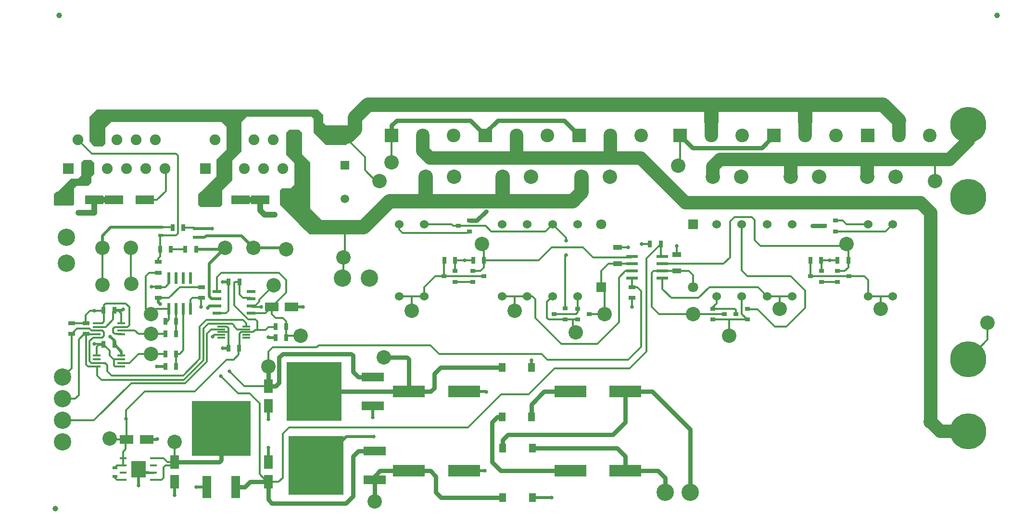
<source format=gtl>
G04 DipTrace 2.4.0.2*
%INSSPS.GTL*%
%MOIN*%
%ADD13C,0.03*%
%ADD14C,0.1*%
%ADD15C,0.0591*%
%ADD16C,0.02*%
%ADD17C,0.013*%
%ADD18C,0.0945*%
%ADD19C,0.0118*%
%ADD20C,0.04*%
%ADD21C,0.0157*%
%ADD22C,0.0161*%
%ADD23C,0.075*%
%ADD24C,0.093*%
%ADD25C,0.025*%
%ADD27C,0.0394*%
%ADD29R,0.0354X0.0236*%
%ADD30R,0.126X0.063*%
%ADD31R,0.063X0.0354*%
%ADD32R,0.0276X0.0512*%
%ADD33R,0.0591X0.0591*%
%ADD34C,0.0591*%
%ADD35R,0.2244X0.0787*%
%ADD36R,0.063X0.098*%
%ADD37R,0.098X0.063*%
%ADD38R,0.0512X0.0276*%
%ADD39R,0.0709X0.0709*%
%ADD40C,0.0709*%
%ADD41C,0.12*%
%ADD42C,0.06*%
%ADD43R,0.075X0.075*%
%ADD45R,0.0354X0.0315*%
%ADD46R,0.0945X0.0945*%
%ADD47C,0.0945*%
%ADD48R,0.0787X0.0236*%
%ADD49R,0.0236X0.0787*%
%ADD50C,0.25*%
%ADD52R,0.0531X0.0157*%
%ADD53R,0.0472X0.0598*%
%ADD55R,0.1555X0.0591*%
%ADD56R,0.3819X0.4094*%
%ADD58R,0.1043X0.1181*%
%ADD59R,0.0472X0.0161*%
%ADD61R,0.06X0.02*%
%ADD63R,0.0571X0.0118*%
%ADD64R,0.0591X0.1555*%
%ADD65R,0.4094X0.3819*%
%FSLAX44Y44*%
G04*
G70*
G90*
G75*
G01*
%LNTop*%
%LPD*%
X36716Y23280D2*
D14*
Y22216D1*
X36100Y21600D1*
X31236D1*
X25916D1*
X23400D1*
X21600Y19800D1*
X20195D1*
D15*
X20300D1*
X25916Y23280D2*
D14*
Y21600D1*
X31236Y23280D2*
Y21600D1*
X17350Y23850D2*
D16*
Y22475D1*
X16563Y21688D1*
Y21537D1*
X18300Y19800D1*
X20300D1*
X6438Y21688D2*
D17*
X7288D1*
X7900Y22300D1*
Y23800D1*
X7850Y23850D1*
X20300Y19800D2*
Y17800D1*
X20200Y17700D1*
Y16300D1*
X20150Y16250D1*
X22250Y9375D2*
D13*
X21250D1*
X20875Y9750D1*
Y10875D1*
X20750Y11000D1*
X16000D1*
X15750Y10750D1*
Y9000D1*
X15500Y8750D1*
X15003D1*
X15000Y8753D1*
Y10125D1*
X9625Y14125D2*
D17*
Y14750D1*
X9750Y14875D1*
X10365D1*
X10370Y14880D1*
X40200Y15615D2*
Y16250D1*
Y15615D2*
X40585D1*
X40850Y15350D1*
Y11500D1*
X39950Y10600D1*
X34350D1*
X33950Y11000D1*
X26850D1*
X26250Y11600D1*
X18500D1*
X18350Y11450D1*
X15300D1*
X15000Y11150D1*
Y10125D1*
Y8753D2*
X13347D1*
X12300Y9800D1*
X10350Y14250D2*
Y14860D1*
X10370Y14880D1*
X58700Y26146D2*
D18*
Y27200D1*
D14*
X57600Y28300D1*
X52086D1*
X45934D1*
X21900D1*
X21000Y27400D1*
Y26600D1*
X20500Y26100D1*
X20331D1*
D15*
X20300Y26069D1*
X52200Y26146D2*
D18*
Y27118D1*
D14*
Y28186D1*
X52086Y28300D1*
X45700Y26146D2*
D18*
Y27118D1*
D14*
Y28066D1*
X45934Y28300D1*
X11990Y23850D2*
D17*
Y24190D1*
X12650Y24850D1*
Y25840D1*
X12660Y25850D1*
X20300Y26069D2*
X19031D1*
X18550Y26550D1*
Y27550D1*
X18350Y27750D1*
X13450D1*
X12650Y26950D1*
Y25860D1*
X12660Y25850D2*
Y27090D1*
X12000Y27750D1*
X3850D1*
X3150Y27050D1*
Y25860D1*
X3160Y25850D1*
X10937Y21688D2*
Y21937D1*
X12000Y23000D1*
Y23840D1*
X11990Y23850D1*
X812Y21688D2*
Y22212D1*
X1350Y22750D1*
X2300D1*
X2500Y22950D1*
Y23840D1*
X2490Y23850D1*
X22700Y23000D2*
X22450D1*
X21700Y23750D1*
Y24669D1*
X20300Y26069D1*
X22375Y4250D2*
D13*
X21250D1*
X20875Y3875D1*
Y1125D1*
X20375Y625D1*
X15250D1*
X15000Y875D1*
Y2125D1*
X12750Y1750D2*
X13375D1*
X13750Y2125D1*
X15000D1*
X7370Y15620D2*
D17*
X7870D1*
X8125Y15875D1*
Y16251D1*
X42200Y18625D2*
Y17876D1*
X42326Y17750D1*
X15000Y2125D2*
X15725D1*
X16000Y2400D1*
Y5450D1*
X16450Y5900D1*
X28850D1*
X31150Y8200D1*
X33050D1*
X34850Y10000D1*
X40050D1*
X41200Y11150D1*
Y17625D1*
X42200Y18625D1*
X15000Y2125D2*
X14925D1*
X14400Y2650D1*
Y7550D1*
X13700Y8250D1*
X12900D1*
X11700Y9450D1*
X6900Y15650D2*
X7340D1*
X7370Y15620D1*
X4375Y3091D2*
Y3125D1*
X4500Y3250D1*
X4945D1*
Y3750D1*
Y4195D1*
X5125Y4375D1*
Y5003D1*
X5186Y5064D1*
X4061D1*
X4000Y5125D1*
X13482Y12506D2*
D19*
X13956D1*
D17*
X14100Y12650D1*
X14250D1*
X14800D1*
X15006Y12856D1*
X15483D1*
X15502Y12875D1*
X13000Y16000D2*
Y15125D1*
X13250Y14875D1*
X13750D1*
X13805Y14820D1*
X13482Y12506D2*
D19*
X13106D1*
D17*
X13000Y12400D1*
Y11400D1*
X12995Y11395D1*
X1375Y13123D2*
X2375D1*
X3125Y13125D2*
X3500D1*
X3625Y13250D1*
Y13982D1*
X3593Y14015D1*
X4818Y12869D2*
X4369D1*
X4250Y12750D1*
Y12500D1*
X4375Y12375D1*
X4800D1*
X4818Y12357D1*
Y12869D2*
X5244D1*
X5375Y13000D1*
Y14250D1*
X5125Y14500D1*
X3750D1*
X3625Y14375D1*
Y14047D1*
X3593Y14015D1*
X3125Y10875D2*
Y11500D1*
X3250Y11625D1*
X3578D1*
X3593Y11640D1*
X4818Y10107D2*
X4393D1*
X4300Y10200D1*
Y10600D1*
X4000Y10900D1*
Y11232D1*
X3593Y11640D1*
X4818Y10619D2*
X4300D1*
Y10600D1*
X5186Y5064D2*
Y6464D1*
X5150Y6500D1*
X2950Y14000D2*
X3578D1*
X3593Y14015D1*
X2950Y14000D2*
X2650D1*
X2350Y13700D1*
Y13148D1*
X2375Y13123D1*
X2950Y11700D2*
X3532D1*
X3593Y11640D1*
X5150Y6500D2*
Y7100D1*
X6450Y8400D1*
X9900D1*
X12100Y10600D1*
X12600D1*
X12950Y10950D1*
Y11350D1*
X12995Y11395D1*
X13000Y16000D2*
X12700D1*
X12650Y15950D1*
Y14350D1*
X13600Y13400D1*
X14100D1*
X14250Y13250D1*
Y12650D1*
X8500Y3503D2*
D13*
X11628D1*
X11750Y3625D1*
Y5805D1*
X7055Y3750D2*
D17*
X7750D1*
X8000Y3500D1*
X8497D1*
X8500Y3503D1*
X7055Y2250D2*
X7625D1*
X7750Y2375D1*
Y3125D1*
X7875Y3250D1*
X8247D1*
X8500Y3503D1*
Y4875D2*
Y3503D1*
X11750Y12900D2*
D19*
X12125D1*
D17*
X12250Y12775D1*
Y12483D1*
Y11396D1*
X12251Y11395D1*
X11750Y12506D2*
D19*
X12100D1*
D17*
X12227D1*
X12250Y12483D1*
X11445Y13820D2*
X12070D1*
X12250Y14000D1*
Y15994D1*
X12256Y16000D1*
X3125Y12869D2*
X3744D1*
X4250Y13375D1*
Y13928D1*
X4337Y14015D1*
X4818Y13125D2*
Y13807D1*
X4625Y14000D1*
X4351D1*
X4337Y14015D1*
X7370Y14876D2*
X8126D1*
X8875Y15625D1*
X10369D1*
X10370Y15624D1*
X64850Y13150D2*
Y11975D1*
X63500Y10625D1*
X53362Y16750D2*
Y17453D1*
X53315Y17500D1*
X54460D2*
X53900D1*
X53315D2*
X53900D1*
X43325Y17890D2*
Y18500D1*
X41456Y18625D2*
X40875D1*
X39200Y18391D2*
X39950D1*
X40200Y14871D2*
Y14250D1*
X27950Y16748D2*
Y17494D1*
X27944Y17500D1*
X28600D1*
X29201Y17495D2*
X28600Y17500D1*
X13063Y21688D2*
D20*
X14437D1*
X2938D2*
X4312D1*
X12256Y16000D2*
D16*
X11850D1*
X12251Y11395D2*
X11850D1*
X7876Y10124D2*
X7274D1*
X7370Y14876D2*
Y14580D1*
X7500Y14450D1*
X4337Y14015D2*
X4865D1*
X4950Y14100D1*
X4337Y11640D2*
Y11913D1*
X4050Y12200D1*
X4818Y10875D2*
D21*
Y11054D1*
D16*
Y11158D1*
X4337Y11640D1*
X2938Y21688D2*
D20*
Y20800D1*
X1850D1*
X14437Y21688D2*
Y20963D1*
X14750Y20650D1*
X15450D1*
X16628Y14250D2*
D16*
X17400D1*
X15502Y12125D2*
X15025D1*
X15000Y12150D1*
Y7375D2*
Y6450D1*
Y3503D2*
Y4500D1*
X10750Y1750D2*
X10000D1*
X8500Y2125D2*
Y1200D1*
X7055Y2750D2*
D22*
X6719D1*
D16*
X6250D1*
X6000Y3000D1*
Y1850D1*
X6564Y5064D2*
X7264D1*
X7300Y5100D1*
X33305Y1004D2*
X34654D1*
X33250Y10066D2*
Y10550D1*
X18320Y3250D2*
X18400D1*
X20400Y5250D1*
X22300D1*
X22250Y7375D2*
Y6600D1*
X28569Y8375D2*
X30075D1*
X30100Y8350D1*
X28569Y2875D2*
X29975D1*
X30000Y2900D1*
X7545Y19795D2*
D17*
X8332D1*
X8377Y19750D1*
X7545Y19795D2*
D16*
X4095D1*
X3500Y19200D1*
Y18375D1*
X3520Y18355D1*
D17*
Y15820D1*
X3500Y15800D1*
X9125Y19750D2*
X9875D1*
X9955Y19670D1*
D16*
X11070D1*
X11100Y19700D1*
X11445Y14320D2*
X10920D1*
X10800Y14200D1*
X9955Y19080D2*
X10580D1*
X10700Y19200D1*
X13135D1*
X13980Y18355D1*
X16145D1*
X16250Y18250D1*
X7376Y17374D2*
D17*
Y17626D1*
X7500Y17750D1*
Y18250D1*
Y19159D1*
X7545Y19205D1*
X8605D1*
X8750Y19350D1*
Y24750D1*
X8600Y24900D1*
X2770D1*
X1820Y25850D1*
X8624Y12374D2*
Y13249D1*
X8623Y13250D1*
Y14123D1*
X8625Y14125D1*
X7875Y13250D2*
X8000D1*
X8125Y13375D1*
Y14125D1*
X7250D1*
X6875Y13750D1*
X7376Y16626D2*
X6751D1*
X6500Y16375D1*
Y14125D1*
X6875Y13750D1*
X9999Y18250D2*
D16*
X11911D1*
X12016Y18355D1*
X11445Y14820D2*
X11080D1*
X10900Y15000D1*
Y17239D1*
X12016Y18355D1*
X5484D2*
D17*
Y15866D1*
X5500Y15850D1*
X45825Y13377D2*
X47001D1*
Y13375D1*
X48200D1*
X46950Y12250D2*
Y13326D1*
X47001Y13377D1*
X48200Y13375D2*
X47825Y13750D1*
Y15000D1*
X45825Y14125D2*
Y14250D1*
X46075Y14500D1*
Y15000D1*
X47413Y13749D2*
Y14037D1*
X47325Y14125D1*
X45825D1*
X37237Y13751D2*
X38324D1*
X38325Y13750D1*
Y15375D1*
X38075Y15625D1*
Y16750D1*
X38575Y17250D1*
X39200D1*
X40200D1*
X44450Y13750D2*
X46611D1*
X46612Y13751D1*
X42326Y16750D2*
X43200D1*
X43201Y16749D1*
X43325D1*
X44151D1*
X44450Y16450D1*
Y15625D1*
Y13750D2*
X42075D1*
X41575Y14250D1*
Y16625D1*
X41700Y16750D1*
X42326D1*
X34805Y13769D2*
X36344D1*
X36450Y13875D1*
Y14125D1*
Y15000D1*
X35593Y13395D2*
X36100D1*
X36432D1*
X36450Y13377D1*
X36300Y12500D2*
X36100D1*
Y13395D1*
X35593D2*
X34430D1*
X34325Y13500D1*
Y14625D1*
X34700Y15000D1*
X27950Y16000D2*
X29163D1*
X23554Y26146D2*
D13*
Y26854D1*
X23900Y27200D1*
X29000D1*
X30054Y26146D1*
Y26354D1*
X30900Y27200D1*
X35500D1*
X36554Y26146D1*
X28950Y20248D2*
X29448D1*
X30100Y20900D1*
X23554Y26146D2*
D17*
Y24304D1*
X23550Y24300D1*
X24075Y20000D2*
Y19625D1*
X24325Y19375D1*
X28825D1*
X28950Y19500D1*
X27163Y16374D2*
X29950D1*
X24075Y15000D2*
X24883D1*
X25825D1*
X24950Y14000D2*
Y14933D1*
X24883Y15000D1*
X27163Y16374D2*
Y17463D1*
X27200Y17500D1*
X25825Y15000D2*
Y15625D1*
X26575Y16375D1*
X27162D1*
X27163Y16374D1*
X25825Y20000D2*
X27700D1*
X27825Y19875D1*
X28162D1*
X28163Y19874D1*
X30076D1*
X30450Y19500D1*
X34200D1*
X34700Y20000D1*
X63500Y5625D2*
X61575D1*
X60900Y6300D1*
X63500Y5625D2*
D24*
X61575D1*
X60900Y6300D1*
Y20800D1*
X60200Y21500D1*
X43900D1*
X40800Y24600D1*
X38700D1*
X32096D1*
X26200D1*
X25700Y25100D1*
Y26146D1*
X32200D2*
Y24704D1*
X32096Y24600D1*
X38700Y26146D2*
Y24600D1*
X35593Y14143D2*
D17*
Y17793D1*
X35650Y17850D1*
Y18850D2*
Y19050D1*
X34700Y20000D1*
X31200Y15000D2*
X32075D1*
X32950D1*
X32075Y14000D2*
Y15000D1*
X40200Y16750D2*
X39750D1*
X39300Y16300D1*
Y13200D1*
X37800Y11700D1*
X35300D1*
X33500Y13500D1*
Y14800D1*
X33300Y15000D1*
X32950D1*
X3125Y12613D2*
X2762D1*
X2625Y12750D1*
X1750D1*
X1375Y12375D1*
Y10000D1*
X750Y9375D1*
X3125Y10363D2*
X2762D1*
X2625Y10500D1*
Y11875D1*
X2875Y12125D1*
X3500D1*
X3625Y12250D1*
Y12500D1*
X3500Y12625D1*
X3137D1*
X3125Y12613D1*
X13482Y12900D2*
D19*
Y13024D1*
D17*
Y13118D1*
X13250Y13350D1*
X10700D1*
X10250Y12900D1*
Y10650D1*
X9100Y9500D1*
X4150D1*
X3850Y9800D1*
Y10200D1*
X3700Y10350D1*
X3138D1*
X3125Y10363D1*
X29163Y16748D2*
X29698D1*
X29950Y17000D1*
Y17490D1*
X29945Y17495D1*
Y18505D1*
X29825Y18625D1*
X29945Y17495D2*
X33745D1*
X34650Y18400D1*
X36800D1*
X37500Y17700D1*
X40150D1*
X40200Y17750D1*
X9251Y18250D2*
X8248D1*
X4818Y10363D2*
X5363D1*
X6000Y11000D1*
X6875D1*
X7877D1*
X7876Y12374D2*
X6876D1*
X6875Y12375D1*
X4818Y12613D2*
X5762D1*
X6000Y12375D1*
X6875D1*
X17250Y12250D2*
X16375D1*
X16250Y12125D1*
Y12875D1*
Y13250D1*
X16000Y13500D1*
X15500D1*
X15250Y13750D1*
Y14250D1*
X13805Y13820D2*
X14820D1*
X15250Y14250D1*
X11445Y15320D2*
Y16320D1*
X11750Y16625D1*
X15750D1*
X16250Y16125D1*
Y15250D1*
X15250Y14250D1*
X53362Y16002D2*
X54450D1*
X54325Y19500D2*
X57781D1*
X58281Y20000D1*
X52575Y16376D2*
X55237D1*
X52571Y17500D2*
Y16380D1*
X52575Y16376D1*
X58281Y15000D2*
X57514D1*
X56575D1*
X57450Y14125D2*
Y14936D1*
X57514Y15000D1*
X56575D2*
Y16125D1*
X56325Y16375D1*
X55238D1*
X56575Y20000D2*
X55075D1*
X54827Y20248D1*
X54325D1*
X47825Y20000D2*
Y16775D1*
X48200Y16400D1*
X51200D1*
X52200Y15400D1*
Y14200D1*
X50900Y12900D1*
X50100D1*
X48900Y14100D1*
X48223D1*
X48200Y14123D1*
X63500Y26875D2*
D24*
Y25800D1*
X62200Y24500D1*
X61200D1*
X56257D1*
X51020D1*
X46300D1*
X45800Y24000D1*
Y23300D1*
X45820Y23280D1*
X51220D2*
Y24300D1*
X51020Y24500D1*
X56520Y23280D2*
Y24237D1*
X56257Y24500D1*
X61200Y23000D2*
D17*
Y24500D1*
X43554Y26146D2*
D13*
X44400Y25300D1*
X49209D1*
X50054Y26146D1*
X53538Y19874D2*
X52726D1*
X52700Y19900D1*
X43554Y26146D2*
D17*
Y24204D1*
X43400Y24050D1*
X54450Y16750D2*
X54950D1*
X55200Y17000D1*
Y17496D1*
X55204Y17500D1*
Y18496D1*
X55075Y18625D1*
X42326Y17250D2*
X46550D1*
X47000Y17700D1*
Y20200D1*
X47300Y20500D1*
X48500D1*
X48700Y20300D1*
Y18900D1*
X49100Y18500D1*
X54950D1*
X55075Y18625D1*
X49575Y15000D2*
X50450D1*
X51325D1*
X50450Y14125D2*
Y15000D1*
X42326Y16250D2*
Y15499D1*
X42950Y14875D1*
X44825D1*
X45575Y15625D1*
X48950D1*
X49575Y15000D1*
X3125Y12357D2*
X2393D1*
X2375Y12375D1*
X750Y7875D2*
X1625D1*
X1875Y8125D1*
Y12000D1*
X2250Y12375D1*
X2375D1*
Y10250D1*
X2500Y10125D1*
X3107D1*
X3125Y10107D1*
X13482Y12703D2*
D19*
X13132D1*
D17*
X12847D1*
X12650Y12900D1*
Y12950D1*
X12500Y13100D1*
X10850D1*
X10500Y12750D1*
Y10550D1*
X9150Y9200D1*
X3450D1*
X3150Y9500D1*
Y10082D1*
X3125Y10107D1*
X35931Y8375D2*
D13*
X34125D1*
X33250Y7500D1*
Y6625D1*
X35931Y2875D2*
X31125D1*
X30500Y3500D1*
Y6250D1*
X30875Y6625D1*
X31199D1*
X31254Y1004D2*
X26996D1*
X26625Y1375D1*
Y2500D1*
X26250Y2875D1*
X24750D1*
X22750D1*
X22375Y2500D1*
Y2250D1*
Y750D1*
X18195Y8375D2*
X24750D1*
X23000Y10750D2*
X24625D1*
X24750Y10625D1*
Y8375D1*
X31199Y10066D2*
X26941D1*
X26500Y9625D1*
Y8625D1*
X26250Y8375D1*
X24750D1*
X42500Y1375D2*
Y2375D1*
X42000Y2875D1*
X39750D1*
X33305Y4445D2*
X39180D1*
X39750Y3875D1*
Y2875D1*
X4375Y2500D2*
D17*
Y2375D1*
X4500Y2250D1*
X4945D1*
X44250Y1375D2*
D13*
Y5750D1*
X41625Y8375D1*
X39750D1*
X31254Y4445D2*
Y5004D1*
X31625Y5375D1*
X38875D1*
X39750Y6250D1*
Y8375D1*
X13805Y14320D2*
D17*
X14070D1*
X14375Y14625D1*
Y14750D1*
X15375Y15750D1*
X11750Y12309D2*
D19*
X11400D1*
D17*
X11259D1*
X11150Y12200D1*
X14500Y14250D2*
X13875D1*
X13805Y14320D1*
X750Y6375D2*
X2925D1*
X5500Y8950D1*
X9250D1*
X10750Y10450D1*
Y12400D1*
X11050Y12700D1*
X11747D1*
D19*
X11750Y12703D1*
X8624Y10124D2*
D17*
Y10999D1*
X8625Y11000D1*
X8875D1*
X9125Y11250D1*
Y14125D1*
D25*
X12300Y9800D3*
X10350Y14250D3*
X11700Y9450D3*
X6900Y15650D3*
X5150Y6500D3*
X2950Y14000D3*
D3*
Y11700D3*
X53900Y17500D3*
X43325Y18500D3*
X40875Y18625D3*
X39950Y18391D3*
X40200Y14250D3*
X28600Y17500D3*
X11850Y16000D3*
Y11395D3*
X7274Y10124D3*
X7500Y14450D3*
X4950Y14100D3*
X4050Y12200D3*
X1850Y20800D3*
X15450Y20650D3*
X17400Y14250D3*
X15000Y12150D3*
Y6450D3*
Y4500D3*
X10000Y1750D3*
X8500Y1200D3*
X6000Y1850D3*
X7300Y5100D3*
X34654Y1004D3*
X33250Y10550D3*
X22300Y5250D3*
X22250Y6600D3*
X30100Y8350D3*
X30000Y2900D3*
X11100Y19700D3*
X10800Y14200D3*
X30100Y20900D3*
X35650Y17850D3*
Y18850D3*
X52700Y19900D3*
X11150Y12200D3*
X14500Y14250D3*
D29*
X7545Y19205D3*
Y19795D3*
X9955Y19080D3*
Y19670D3*
D30*
X16563Y21688D3*
X14437D3*
X6438D3*
X4312D3*
X13063D3*
X10937D3*
X2938D3*
X812D3*
D31*
X39200Y17250D3*
Y18391D3*
D32*
X27200Y17500D3*
X27944D3*
D31*
X43325Y17890D3*
Y16749D3*
D32*
X53315Y17500D3*
X52571D3*
D33*
X20300Y24100D3*
D34*
Y26069D3*
D33*
Y19800D3*
D34*
Y21769D3*
D32*
X3593Y14015D3*
X4337D3*
X3593Y11640D3*
X4337D3*
X29945Y17495D3*
X29201D3*
X54460Y17500D3*
X55204D3*
D35*
X39750Y8375D3*
X35931D3*
X39750Y2875D3*
X35931D3*
X24750D3*
X28569D3*
Y8375D3*
X24750D3*
D36*
X15000Y7375D3*
Y8753D3*
Y2125D3*
Y3503D3*
D37*
X5186Y5064D3*
X6564D3*
D29*
X4375Y3091D3*
Y2500D3*
D38*
X40200Y15615D3*
Y14871D3*
D32*
X42200Y18625D3*
X41456D3*
D37*
X15250Y14250D3*
X16628D3*
D32*
X12995Y11395D3*
X12251D3*
X13000Y16000D3*
X12256D3*
D36*
X8500Y3503D3*
Y2125D3*
D38*
X10370Y14880D3*
Y15624D3*
X7370Y15620D3*
Y14876D3*
D39*
X38075Y15625D3*
D40*
Y19975D3*
D39*
X44450D3*
D40*
Y15625D3*
D41*
X42500Y1375D3*
X1000Y17300D3*
Y19100D3*
X22000Y16250D3*
X20150D3*
X750Y4900D3*
X44250Y1375D3*
X750Y9375D3*
Y7875D3*
Y6375D3*
D32*
X8377Y19750D3*
X9125D3*
D14*
X13980Y18355D3*
X12016D3*
D32*
X16250Y12875D3*
X15502D3*
D38*
X7376Y17374D3*
Y16626D3*
D32*
X7500Y18250D3*
X8248D3*
D42*
X34700Y15000D3*
Y20000D3*
X36450Y15000D3*
Y20000D3*
X25825D3*
Y15000D3*
X31200Y20000D3*
Y15000D3*
X24075D3*
Y20000D3*
X32950Y15000D3*
Y20000D3*
D32*
X7876Y10124D3*
X8624D3*
X7876Y12374D3*
X8624D3*
X9999Y18250D3*
X9251D3*
D42*
X47825Y15000D3*
Y20000D3*
D32*
X8623Y13250D3*
X7875D3*
D14*
X3520Y18355D3*
X5484D3*
D42*
X46075Y20000D3*
Y15000D3*
X56575D3*
Y20000D3*
X58281Y15000D3*
Y20000D3*
X51325D3*
Y15000D3*
X49575D3*
Y20000D3*
D14*
X27880Y23280D3*
X25916D3*
X33200D3*
X31236D3*
X38680D3*
X36716D3*
X51220D3*
X53184D3*
X56520D3*
X58484D3*
X45820D3*
X47784D3*
D38*
X1375Y12375D3*
Y13123D3*
X2375Y12375D3*
Y13123D3*
D32*
X7877Y11000D3*
X8625D3*
X15502Y12125D3*
X16250D3*
D43*
X1150Y23850D3*
D23*
X4500Y25850D3*
X3830Y23850D3*
X3160Y25850D3*
X2490Y23850D3*
X1820Y25850D3*
X5170Y23850D3*
X5840Y25850D3*
X6510Y23850D3*
X7180Y25850D3*
X7850Y23850D3*
D43*
X10650D3*
D23*
X14000Y25850D3*
X13330Y23850D3*
X12660Y25850D3*
X11990Y23850D3*
X11320Y25850D3*
X14670Y23850D3*
X15340Y25850D3*
X16010Y23850D3*
X16680Y25850D3*
X17350Y23850D3*
D45*
X35593Y13395D3*
Y14143D3*
X34805Y13769D3*
X36450Y14125D3*
Y13377D3*
X37237Y13751D3*
X27950Y16000D3*
Y16748D3*
X27163Y16374D3*
X29163Y16748D3*
Y16000D3*
X29950Y16374D3*
X28950Y19500D3*
Y20248D3*
X28163Y19874D3*
D46*
X36554Y26146D3*
D47*
X38700D3*
X40846D3*
D48*
X40200Y17750D3*
Y17250D3*
Y16750D3*
Y16250D3*
X42326D3*
Y16750D3*
Y17250D3*
Y17750D3*
D45*
X45825Y14125D3*
Y13377D3*
X46612Y13751D3*
D49*
X8125Y14125D3*
X8625D3*
X9125D3*
X9625D3*
Y16251D3*
X9125D3*
X8625D3*
X8125D3*
D45*
X48200Y13375D3*
Y14123D3*
X47413Y13749D3*
X53362Y16002D3*
Y16750D3*
X52575Y16376D3*
X54450Y16750D3*
Y16002D3*
X55237Y16376D3*
D46*
X50054Y26146D3*
D47*
X52200D3*
X54346D3*
D45*
X54325Y19500D3*
Y20248D3*
X53538Y19874D3*
D50*
X63500Y5625D3*
D46*
X56554Y26146D3*
D47*
X58700D3*
X60846D3*
D46*
X43554D3*
D47*
X45700D3*
X47846D3*
D52*
X3125Y13125D3*
Y12869D3*
Y12613D3*
Y12357D3*
X4818D3*
Y12613D3*
Y12869D3*
Y13125D3*
D46*
X30054Y26146D3*
D47*
X32200D3*
X34346D3*
D46*
X23554D3*
D47*
X25700D3*
X27846D3*
D52*
X3125Y10875D3*
Y10619D3*
Y10363D3*
Y10107D3*
X4818D3*
Y10363D3*
Y10619D3*
Y10875D3*
D53*
X33305Y1004D3*
Y4445D3*
X31254Y1004D3*
Y4445D3*
X31199Y10066D3*
Y6625D3*
X33250Y10066D3*
Y6625D3*
D55*
X22375Y2250D3*
Y4250D3*
D56*
X18320Y3250D3*
D55*
X22250Y7375D3*
Y9375D3*
D56*
X18195Y8375D3*
D58*
X6000Y3000D3*
D59*
X4945Y3750D3*
Y3250D3*
Y2750D3*
Y2250D3*
X7055D3*
Y2750D3*
Y3250D3*
Y3750D3*
D50*
X63500Y26875D3*
Y10625D3*
Y21875D3*
D14*
X60900Y6300D3*
X24950Y14000D3*
X38325Y13750D3*
X61200Y23000D3*
X44450Y13750D3*
X57450Y14125D3*
X20200Y17700D3*
X22700Y23000D3*
X50450Y14125D3*
X32075Y14000D3*
X29825Y18625D3*
X55075D3*
X23550Y24300D3*
X43400Y24050D3*
D61*
X11445Y14820D3*
Y15320D3*
Y14320D3*
Y13820D3*
X13805D3*
Y14320D3*
Y14820D3*
Y15320D3*
D63*
X11750Y12900D3*
Y12703D3*
Y12506D3*
Y12309D3*
Y12113D3*
X13482D3*
Y12309D3*
Y12506D3*
Y12703D3*
Y12900D3*
D14*
X6875Y12375D3*
Y11000D3*
Y13750D3*
X5500Y15850D3*
X15375Y15750D3*
X4000Y5125D3*
X8500Y4875D3*
X22375Y750D3*
X23000Y10750D3*
X15000Y10125D3*
X17250Y12250D3*
X3500Y15800D3*
X16250Y18250D3*
X64850Y13150D3*
X46950Y12250D3*
X36300Y12500D3*
D64*
X10750Y1750D3*
X12750D3*
D65*
X11750Y5805D3*
G36*
X150Y22050D2*
Y21350D1*
X200Y21300D1*
X1450D1*
X1550Y21400D1*
Y22000D1*
Y22500D1*
X1700Y22650D1*
X2500D1*
X2750Y22900D1*
Y23300D1*
X2950Y23500D1*
Y24250D1*
X2750Y24450D1*
X2200D1*
X2050Y24300D1*
Y23400D1*
X1800Y23150D1*
X1300D1*
X950Y22800D1*
X400Y22250D1*
X300D1*
X150Y22100D1*
D1*
Y22050D1*
G37*
G36*
X2600Y25750D2*
Y27450D1*
X3100Y27950D1*
X18450D1*
X18800Y27600D1*
Y27050D1*
X19000Y26850D1*
X20650D1*
Y25750D1*
X20400Y25500D1*
X19000D1*
X18150Y26350D1*
Y27300D1*
X18000Y27450D1*
X13500D1*
X13150Y27100D1*
Y25650D1*
Y25050D1*
X12750Y24650D1*
X12500Y24400D1*
Y23050D1*
X11950Y22500D1*
X11800Y22350D1*
Y21350D1*
X11650Y21200D1*
X10300D1*
X10150Y21350D1*
Y22100D1*
X10350Y22250D1*
X11400Y23300D1*
Y24500D1*
X12100Y25200D1*
Y26750D1*
X11750Y27100D1*
X8900D1*
X4100D1*
X3700Y26700D1*
Y25750D1*
Y25600D1*
X3500Y25400D1*
X2900D1*
D1*
X2600Y25750D1*
G37*
G36*
X20500Y20300D2*
X18700D1*
X17900Y21100D1*
Y23000D1*
Y24300D1*
X17350Y24850D1*
Y26350D1*
X17150Y26550D1*
X16450D1*
X16250Y26350D1*
Y25450D1*
Y24800D1*
X16800Y24250D1*
Y23150D1*
Y22750D1*
X16550Y22500D1*
X15950D1*
X15800Y22350D1*
Y21350D1*
X16150Y21000D1*
X16700Y20450D1*
X17150Y20000D1*
X17550Y19600D1*
X17800Y19350D1*
X17850Y19300D1*
X20550D1*
D1*
X20500Y20300D1*
G37*
D27*
X250Y250D3*
X65500Y34500D3*
X500D3*
M02*

</source>
